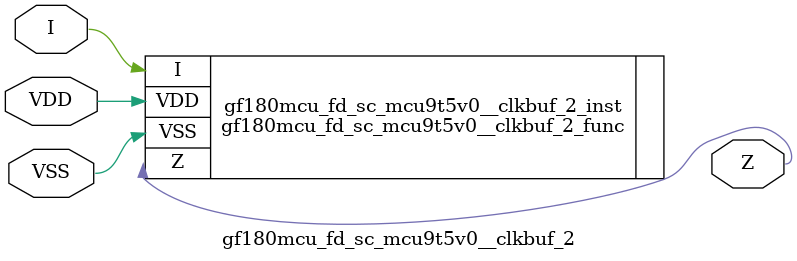
<source format=v>

module gf180mcu_fd_sc_mcu9t5v0__clkbuf_2( I, Z, VDD, VSS );
input I;
inout VDD, VSS;
output Z;

   `ifdef FUNCTIONAL  //  functional //

	gf180mcu_fd_sc_mcu9t5v0__clkbuf_2_func gf180mcu_fd_sc_mcu9t5v0__clkbuf_2_behav_inst(.I(I),.Z(Z),.VDD(VDD),.VSS(VSS));

   `else

	gf180mcu_fd_sc_mcu9t5v0__clkbuf_2_func gf180mcu_fd_sc_mcu9t5v0__clkbuf_2_inst(.I(I),.Z(Z),.VDD(VDD),.VSS(VSS));

	// spec_gates_begin


	// spec_gates_end



   specify

	// specify_block_begin

	// comb arc I --> Z
	 (I => Z) = (1.0,1.0);

	// specify_block_end

   endspecify

   `endif

endmodule

</source>
